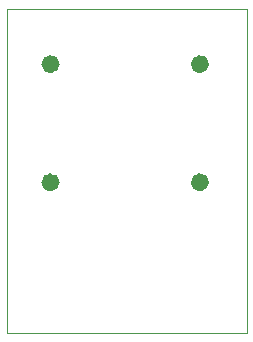
<source format=gbr>
%TF.GenerationSoftware,KiCad,Pcbnew,(6.0.1)*%
%TF.CreationDate,2022-04-14T00:08:53-05:00*%
%TF.ProjectId,THB001P,54484230-3031-4502-9e6b-696361645f70,rev?*%
%TF.SameCoordinates,Original*%
%TF.FileFunction,Profile,NP*%
%FSLAX46Y46*%
G04 Gerber Fmt 4.6, Leading zero omitted, Abs format (unit mm)*
G04 Created by KiCad (PCBNEW (6.0.1)) date 2022-04-14 00:08:53*
%MOMM*%
%LPD*%
G01*
G04 APERTURE LIST*
%TA.AperFunction,Profile*%
%ADD10C,0.100000*%
%TD*%
%TA.AperFunction,Profile*%
%ADD11C,0.785000*%
%TD*%
G04 APERTURE END LIST*
D10*
X99180000Y-99540000D02*
X119500000Y-99540000D01*
X119500000Y-99540000D02*
X119500000Y-127000000D01*
X119500000Y-127000000D02*
X99180000Y-127000000D01*
X99180000Y-127000000D02*
X99180000Y-99540000D01*
%TO.C,U1*%
D11*
X115937500Y-104220000D02*
G75*
G03*
X115937500Y-104220000I-392500J0D01*
G01*
X103287500Y-114220000D02*
G75*
G03*
X103287500Y-114220000I-392500J0D01*
G01*
X115937500Y-114220000D02*
G75*
G03*
X115937500Y-114220000I-392500J0D01*
G01*
X103287500Y-104220000D02*
G75*
G03*
X103287500Y-104220000I-392500J0D01*
G01*
%TD*%
M02*

</source>
